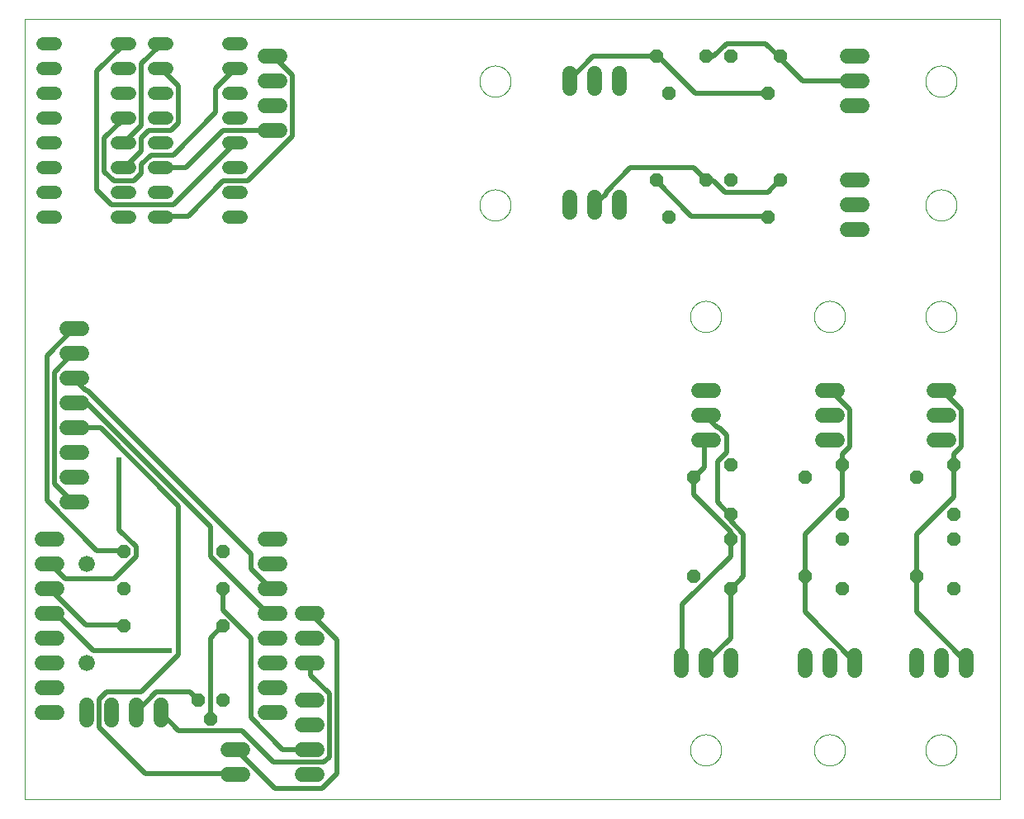
<source format=gbl>
G75*
%MOIN*%
%OFA0B0*%
%FSLAX25Y25*%
%IPPOS*%
%LPD*%
%AMOC8*
5,1,8,0,0,1.08239X$1,22.5*
%
%ADD10C,0.00000*%
%ADD11C,0.06000*%
%ADD12C,0.06600*%
%ADD13OC8,0.05200*%
%ADD14C,0.05200*%
%ADD15C,0.02000*%
%ADD16C,0.02381*%
D10*
X0002600Y0002600D02*
X0002600Y0317561D01*
X0396301Y0317561D01*
X0396301Y0002600D01*
X0002600Y0002600D01*
X0271301Y0022600D02*
X0271303Y0022758D01*
X0271309Y0022916D01*
X0271319Y0023074D01*
X0271333Y0023232D01*
X0271351Y0023389D01*
X0271372Y0023546D01*
X0271398Y0023702D01*
X0271428Y0023858D01*
X0271461Y0024013D01*
X0271499Y0024166D01*
X0271540Y0024319D01*
X0271585Y0024471D01*
X0271634Y0024622D01*
X0271687Y0024771D01*
X0271743Y0024919D01*
X0271803Y0025065D01*
X0271867Y0025210D01*
X0271935Y0025353D01*
X0272006Y0025495D01*
X0272080Y0025635D01*
X0272158Y0025772D01*
X0272240Y0025908D01*
X0272324Y0026042D01*
X0272413Y0026173D01*
X0272504Y0026302D01*
X0272599Y0026429D01*
X0272696Y0026554D01*
X0272797Y0026676D01*
X0272901Y0026795D01*
X0273008Y0026912D01*
X0273118Y0027026D01*
X0273231Y0027137D01*
X0273346Y0027246D01*
X0273464Y0027351D01*
X0273585Y0027453D01*
X0273708Y0027553D01*
X0273834Y0027649D01*
X0273962Y0027742D01*
X0274092Y0027832D01*
X0274225Y0027918D01*
X0274360Y0028002D01*
X0274496Y0028081D01*
X0274635Y0028158D01*
X0274776Y0028230D01*
X0274918Y0028300D01*
X0275062Y0028365D01*
X0275208Y0028427D01*
X0275355Y0028485D01*
X0275504Y0028540D01*
X0275654Y0028591D01*
X0275805Y0028638D01*
X0275957Y0028681D01*
X0276110Y0028720D01*
X0276265Y0028756D01*
X0276420Y0028787D01*
X0276576Y0028815D01*
X0276732Y0028839D01*
X0276889Y0028859D01*
X0277047Y0028875D01*
X0277204Y0028887D01*
X0277363Y0028895D01*
X0277521Y0028899D01*
X0277679Y0028899D01*
X0277837Y0028895D01*
X0277996Y0028887D01*
X0278153Y0028875D01*
X0278311Y0028859D01*
X0278468Y0028839D01*
X0278624Y0028815D01*
X0278780Y0028787D01*
X0278935Y0028756D01*
X0279090Y0028720D01*
X0279243Y0028681D01*
X0279395Y0028638D01*
X0279546Y0028591D01*
X0279696Y0028540D01*
X0279845Y0028485D01*
X0279992Y0028427D01*
X0280138Y0028365D01*
X0280282Y0028300D01*
X0280424Y0028230D01*
X0280565Y0028158D01*
X0280704Y0028081D01*
X0280840Y0028002D01*
X0280975Y0027918D01*
X0281108Y0027832D01*
X0281238Y0027742D01*
X0281366Y0027649D01*
X0281492Y0027553D01*
X0281615Y0027453D01*
X0281736Y0027351D01*
X0281854Y0027246D01*
X0281969Y0027137D01*
X0282082Y0027026D01*
X0282192Y0026912D01*
X0282299Y0026795D01*
X0282403Y0026676D01*
X0282504Y0026554D01*
X0282601Y0026429D01*
X0282696Y0026302D01*
X0282787Y0026173D01*
X0282876Y0026042D01*
X0282960Y0025908D01*
X0283042Y0025772D01*
X0283120Y0025635D01*
X0283194Y0025495D01*
X0283265Y0025353D01*
X0283333Y0025210D01*
X0283397Y0025065D01*
X0283457Y0024919D01*
X0283513Y0024771D01*
X0283566Y0024622D01*
X0283615Y0024471D01*
X0283660Y0024319D01*
X0283701Y0024166D01*
X0283739Y0024013D01*
X0283772Y0023858D01*
X0283802Y0023702D01*
X0283828Y0023546D01*
X0283849Y0023389D01*
X0283867Y0023232D01*
X0283881Y0023074D01*
X0283891Y0022916D01*
X0283897Y0022758D01*
X0283899Y0022600D01*
X0283897Y0022442D01*
X0283891Y0022284D01*
X0283881Y0022126D01*
X0283867Y0021968D01*
X0283849Y0021811D01*
X0283828Y0021654D01*
X0283802Y0021498D01*
X0283772Y0021342D01*
X0283739Y0021187D01*
X0283701Y0021034D01*
X0283660Y0020881D01*
X0283615Y0020729D01*
X0283566Y0020578D01*
X0283513Y0020429D01*
X0283457Y0020281D01*
X0283397Y0020135D01*
X0283333Y0019990D01*
X0283265Y0019847D01*
X0283194Y0019705D01*
X0283120Y0019565D01*
X0283042Y0019428D01*
X0282960Y0019292D01*
X0282876Y0019158D01*
X0282787Y0019027D01*
X0282696Y0018898D01*
X0282601Y0018771D01*
X0282504Y0018646D01*
X0282403Y0018524D01*
X0282299Y0018405D01*
X0282192Y0018288D01*
X0282082Y0018174D01*
X0281969Y0018063D01*
X0281854Y0017954D01*
X0281736Y0017849D01*
X0281615Y0017747D01*
X0281492Y0017647D01*
X0281366Y0017551D01*
X0281238Y0017458D01*
X0281108Y0017368D01*
X0280975Y0017282D01*
X0280840Y0017198D01*
X0280704Y0017119D01*
X0280565Y0017042D01*
X0280424Y0016970D01*
X0280282Y0016900D01*
X0280138Y0016835D01*
X0279992Y0016773D01*
X0279845Y0016715D01*
X0279696Y0016660D01*
X0279546Y0016609D01*
X0279395Y0016562D01*
X0279243Y0016519D01*
X0279090Y0016480D01*
X0278935Y0016444D01*
X0278780Y0016413D01*
X0278624Y0016385D01*
X0278468Y0016361D01*
X0278311Y0016341D01*
X0278153Y0016325D01*
X0277996Y0016313D01*
X0277837Y0016305D01*
X0277679Y0016301D01*
X0277521Y0016301D01*
X0277363Y0016305D01*
X0277204Y0016313D01*
X0277047Y0016325D01*
X0276889Y0016341D01*
X0276732Y0016361D01*
X0276576Y0016385D01*
X0276420Y0016413D01*
X0276265Y0016444D01*
X0276110Y0016480D01*
X0275957Y0016519D01*
X0275805Y0016562D01*
X0275654Y0016609D01*
X0275504Y0016660D01*
X0275355Y0016715D01*
X0275208Y0016773D01*
X0275062Y0016835D01*
X0274918Y0016900D01*
X0274776Y0016970D01*
X0274635Y0017042D01*
X0274496Y0017119D01*
X0274360Y0017198D01*
X0274225Y0017282D01*
X0274092Y0017368D01*
X0273962Y0017458D01*
X0273834Y0017551D01*
X0273708Y0017647D01*
X0273585Y0017747D01*
X0273464Y0017849D01*
X0273346Y0017954D01*
X0273231Y0018063D01*
X0273118Y0018174D01*
X0273008Y0018288D01*
X0272901Y0018405D01*
X0272797Y0018524D01*
X0272696Y0018646D01*
X0272599Y0018771D01*
X0272504Y0018898D01*
X0272413Y0019027D01*
X0272324Y0019158D01*
X0272240Y0019292D01*
X0272158Y0019428D01*
X0272080Y0019565D01*
X0272006Y0019705D01*
X0271935Y0019847D01*
X0271867Y0019990D01*
X0271803Y0020135D01*
X0271743Y0020281D01*
X0271687Y0020429D01*
X0271634Y0020578D01*
X0271585Y0020729D01*
X0271540Y0020881D01*
X0271499Y0021034D01*
X0271461Y0021187D01*
X0271428Y0021342D01*
X0271398Y0021498D01*
X0271372Y0021654D01*
X0271351Y0021811D01*
X0271333Y0021968D01*
X0271319Y0022126D01*
X0271309Y0022284D01*
X0271303Y0022442D01*
X0271301Y0022600D01*
X0321301Y0022600D02*
X0321303Y0022758D01*
X0321309Y0022916D01*
X0321319Y0023074D01*
X0321333Y0023232D01*
X0321351Y0023389D01*
X0321372Y0023546D01*
X0321398Y0023702D01*
X0321428Y0023858D01*
X0321461Y0024013D01*
X0321499Y0024166D01*
X0321540Y0024319D01*
X0321585Y0024471D01*
X0321634Y0024622D01*
X0321687Y0024771D01*
X0321743Y0024919D01*
X0321803Y0025065D01*
X0321867Y0025210D01*
X0321935Y0025353D01*
X0322006Y0025495D01*
X0322080Y0025635D01*
X0322158Y0025772D01*
X0322240Y0025908D01*
X0322324Y0026042D01*
X0322413Y0026173D01*
X0322504Y0026302D01*
X0322599Y0026429D01*
X0322696Y0026554D01*
X0322797Y0026676D01*
X0322901Y0026795D01*
X0323008Y0026912D01*
X0323118Y0027026D01*
X0323231Y0027137D01*
X0323346Y0027246D01*
X0323464Y0027351D01*
X0323585Y0027453D01*
X0323708Y0027553D01*
X0323834Y0027649D01*
X0323962Y0027742D01*
X0324092Y0027832D01*
X0324225Y0027918D01*
X0324360Y0028002D01*
X0324496Y0028081D01*
X0324635Y0028158D01*
X0324776Y0028230D01*
X0324918Y0028300D01*
X0325062Y0028365D01*
X0325208Y0028427D01*
X0325355Y0028485D01*
X0325504Y0028540D01*
X0325654Y0028591D01*
X0325805Y0028638D01*
X0325957Y0028681D01*
X0326110Y0028720D01*
X0326265Y0028756D01*
X0326420Y0028787D01*
X0326576Y0028815D01*
X0326732Y0028839D01*
X0326889Y0028859D01*
X0327047Y0028875D01*
X0327204Y0028887D01*
X0327363Y0028895D01*
X0327521Y0028899D01*
X0327679Y0028899D01*
X0327837Y0028895D01*
X0327996Y0028887D01*
X0328153Y0028875D01*
X0328311Y0028859D01*
X0328468Y0028839D01*
X0328624Y0028815D01*
X0328780Y0028787D01*
X0328935Y0028756D01*
X0329090Y0028720D01*
X0329243Y0028681D01*
X0329395Y0028638D01*
X0329546Y0028591D01*
X0329696Y0028540D01*
X0329845Y0028485D01*
X0329992Y0028427D01*
X0330138Y0028365D01*
X0330282Y0028300D01*
X0330424Y0028230D01*
X0330565Y0028158D01*
X0330704Y0028081D01*
X0330840Y0028002D01*
X0330975Y0027918D01*
X0331108Y0027832D01*
X0331238Y0027742D01*
X0331366Y0027649D01*
X0331492Y0027553D01*
X0331615Y0027453D01*
X0331736Y0027351D01*
X0331854Y0027246D01*
X0331969Y0027137D01*
X0332082Y0027026D01*
X0332192Y0026912D01*
X0332299Y0026795D01*
X0332403Y0026676D01*
X0332504Y0026554D01*
X0332601Y0026429D01*
X0332696Y0026302D01*
X0332787Y0026173D01*
X0332876Y0026042D01*
X0332960Y0025908D01*
X0333042Y0025772D01*
X0333120Y0025635D01*
X0333194Y0025495D01*
X0333265Y0025353D01*
X0333333Y0025210D01*
X0333397Y0025065D01*
X0333457Y0024919D01*
X0333513Y0024771D01*
X0333566Y0024622D01*
X0333615Y0024471D01*
X0333660Y0024319D01*
X0333701Y0024166D01*
X0333739Y0024013D01*
X0333772Y0023858D01*
X0333802Y0023702D01*
X0333828Y0023546D01*
X0333849Y0023389D01*
X0333867Y0023232D01*
X0333881Y0023074D01*
X0333891Y0022916D01*
X0333897Y0022758D01*
X0333899Y0022600D01*
X0333897Y0022442D01*
X0333891Y0022284D01*
X0333881Y0022126D01*
X0333867Y0021968D01*
X0333849Y0021811D01*
X0333828Y0021654D01*
X0333802Y0021498D01*
X0333772Y0021342D01*
X0333739Y0021187D01*
X0333701Y0021034D01*
X0333660Y0020881D01*
X0333615Y0020729D01*
X0333566Y0020578D01*
X0333513Y0020429D01*
X0333457Y0020281D01*
X0333397Y0020135D01*
X0333333Y0019990D01*
X0333265Y0019847D01*
X0333194Y0019705D01*
X0333120Y0019565D01*
X0333042Y0019428D01*
X0332960Y0019292D01*
X0332876Y0019158D01*
X0332787Y0019027D01*
X0332696Y0018898D01*
X0332601Y0018771D01*
X0332504Y0018646D01*
X0332403Y0018524D01*
X0332299Y0018405D01*
X0332192Y0018288D01*
X0332082Y0018174D01*
X0331969Y0018063D01*
X0331854Y0017954D01*
X0331736Y0017849D01*
X0331615Y0017747D01*
X0331492Y0017647D01*
X0331366Y0017551D01*
X0331238Y0017458D01*
X0331108Y0017368D01*
X0330975Y0017282D01*
X0330840Y0017198D01*
X0330704Y0017119D01*
X0330565Y0017042D01*
X0330424Y0016970D01*
X0330282Y0016900D01*
X0330138Y0016835D01*
X0329992Y0016773D01*
X0329845Y0016715D01*
X0329696Y0016660D01*
X0329546Y0016609D01*
X0329395Y0016562D01*
X0329243Y0016519D01*
X0329090Y0016480D01*
X0328935Y0016444D01*
X0328780Y0016413D01*
X0328624Y0016385D01*
X0328468Y0016361D01*
X0328311Y0016341D01*
X0328153Y0016325D01*
X0327996Y0016313D01*
X0327837Y0016305D01*
X0327679Y0016301D01*
X0327521Y0016301D01*
X0327363Y0016305D01*
X0327204Y0016313D01*
X0327047Y0016325D01*
X0326889Y0016341D01*
X0326732Y0016361D01*
X0326576Y0016385D01*
X0326420Y0016413D01*
X0326265Y0016444D01*
X0326110Y0016480D01*
X0325957Y0016519D01*
X0325805Y0016562D01*
X0325654Y0016609D01*
X0325504Y0016660D01*
X0325355Y0016715D01*
X0325208Y0016773D01*
X0325062Y0016835D01*
X0324918Y0016900D01*
X0324776Y0016970D01*
X0324635Y0017042D01*
X0324496Y0017119D01*
X0324360Y0017198D01*
X0324225Y0017282D01*
X0324092Y0017368D01*
X0323962Y0017458D01*
X0323834Y0017551D01*
X0323708Y0017647D01*
X0323585Y0017747D01*
X0323464Y0017849D01*
X0323346Y0017954D01*
X0323231Y0018063D01*
X0323118Y0018174D01*
X0323008Y0018288D01*
X0322901Y0018405D01*
X0322797Y0018524D01*
X0322696Y0018646D01*
X0322599Y0018771D01*
X0322504Y0018898D01*
X0322413Y0019027D01*
X0322324Y0019158D01*
X0322240Y0019292D01*
X0322158Y0019428D01*
X0322080Y0019565D01*
X0322006Y0019705D01*
X0321935Y0019847D01*
X0321867Y0019990D01*
X0321803Y0020135D01*
X0321743Y0020281D01*
X0321687Y0020429D01*
X0321634Y0020578D01*
X0321585Y0020729D01*
X0321540Y0020881D01*
X0321499Y0021034D01*
X0321461Y0021187D01*
X0321428Y0021342D01*
X0321398Y0021498D01*
X0321372Y0021654D01*
X0321351Y0021811D01*
X0321333Y0021968D01*
X0321319Y0022126D01*
X0321309Y0022284D01*
X0321303Y0022442D01*
X0321301Y0022600D01*
X0366301Y0022600D02*
X0366303Y0022758D01*
X0366309Y0022916D01*
X0366319Y0023074D01*
X0366333Y0023232D01*
X0366351Y0023389D01*
X0366372Y0023546D01*
X0366398Y0023702D01*
X0366428Y0023858D01*
X0366461Y0024013D01*
X0366499Y0024166D01*
X0366540Y0024319D01*
X0366585Y0024471D01*
X0366634Y0024622D01*
X0366687Y0024771D01*
X0366743Y0024919D01*
X0366803Y0025065D01*
X0366867Y0025210D01*
X0366935Y0025353D01*
X0367006Y0025495D01*
X0367080Y0025635D01*
X0367158Y0025772D01*
X0367240Y0025908D01*
X0367324Y0026042D01*
X0367413Y0026173D01*
X0367504Y0026302D01*
X0367599Y0026429D01*
X0367696Y0026554D01*
X0367797Y0026676D01*
X0367901Y0026795D01*
X0368008Y0026912D01*
X0368118Y0027026D01*
X0368231Y0027137D01*
X0368346Y0027246D01*
X0368464Y0027351D01*
X0368585Y0027453D01*
X0368708Y0027553D01*
X0368834Y0027649D01*
X0368962Y0027742D01*
X0369092Y0027832D01*
X0369225Y0027918D01*
X0369360Y0028002D01*
X0369496Y0028081D01*
X0369635Y0028158D01*
X0369776Y0028230D01*
X0369918Y0028300D01*
X0370062Y0028365D01*
X0370208Y0028427D01*
X0370355Y0028485D01*
X0370504Y0028540D01*
X0370654Y0028591D01*
X0370805Y0028638D01*
X0370957Y0028681D01*
X0371110Y0028720D01*
X0371265Y0028756D01*
X0371420Y0028787D01*
X0371576Y0028815D01*
X0371732Y0028839D01*
X0371889Y0028859D01*
X0372047Y0028875D01*
X0372204Y0028887D01*
X0372363Y0028895D01*
X0372521Y0028899D01*
X0372679Y0028899D01*
X0372837Y0028895D01*
X0372996Y0028887D01*
X0373153Y0028875D01*
X0373311Y0028859D01*
X0373468Y0028839D01*
X0373624Y0028815D01*
X0373780Y0028787D01*
X0373935Y0028756D01*
X0374090Y0028720D01*
X0374243Y0028681D01*
X0374395Y0028638D01*
X0374546Y0028591D01*
X0374696Y0028540D01*
X0374845Y0028485D01*
X0374992Y0028427D01*
X0375138Y0028365D01*
X0375282Y0028300D01*
X0375424Y0028230D01*
X0375565Y0028158D01*
X0375704Y0028081D01*
X0375840Y0028002D01*
X0375975Y0027918D01*
X0376108Y0027832D01*
X0376238Y0027742D01*
X0376366Y0027649D01*
X0376492Y0027553D01*
X0376615Y0027453D01*
X0376736Y0027351D01*
X0376854Y0027246D01*
X0376969Y0027137D01*
X0377082Y0027026D01*
X0377192Y0026912D01*
X0377299Y0026795D01*
X0377403Y0026676D01*
X0377504Y0026554D01*
X0377601Y0026429D01*
X0377696Y0026302D01*
X0377787Y0026173D01*
X0377876Y0026042D01*
X0377960Y0025908D01*
X0378042Y0025772D01*
X0378120Y0025635D01*
X0378194Y0025495D01*
X0378265Y0025353D01*
X0378333Y0025210D01*
X0378397Y0025065D01*
X0378457Y0024919D01*
X0378513Y0024771D01*
X0378566Y0024622D01*
X0378615Y0024471D01*
X0378660Y0024319D01*
X0378701Y0024166D01*
X0378739Y0024013D01*
X0378772Y0023858D01*
X0378802Y0023702D01*
X0378828Y0023546D01*
X0378849Y0023389D01*
X0378867Y0023232D01*
X0378881Y0023074D01*
X0378891Y0022916D01*
X0378897Y0022758D01*
X0378899Y0022600D01*
X0378897Y0022442D01*
X0378891Y0022284D01*
X0378881Y0022126D01*
X0378867Y0021968D01*
X0378849Y0021811D01*
X0378828Y0021654D01*
X0378802Y0021498D01*
X0378772Y0021342D01*
X0378739Y0021187D01*
X0378701Y0021034D01*
X0378660Y0020881D01*
X0378615Y0020729D01*
X0378566Y0020578D01*
X0378513Y0020429D01*
X0378457Y0020281D01*
X0378397Y0020135D01*
X0378333Y0019990D01*
X0378265Y0019847D01*
X0378194Y0019705D01*
X0378120Y0019565D01*
X0378042Y0019428D01*
X0377960Y0019292D01*
X0377876Y0019158D01*
X0377787Y0019027D01*
X0377696Y0018898D01*
X0377601Y0018771D01*
X0377504Y0018646D01*
X0377403Y0018524D01*
X0377299Y0018405D01*
X0377192Y0018288D01*
X0377082Y0018174D01*
X0376969Y0018063D01*
X0376854Y0017954D01*
X0376736Y0017849D01*
X0376615Y0017747D01*
X0376492Y0017647D01*
X0376366Y0017551D01*
X0376238Y0017458D01*
X0376108Y0017368D01*
X0375975Y0017282D01*
X0375840Y0017198D01*
X0375704Y0017119D01*
X0375565Y0017042D01*
X0375424Y0016970D01*
X0375282Y0016900D01*
X0375138Y0016835D01*
X0374992Y0016773D01*
X0374845Y0016715D01*
X0374696Y0016660D01*
X0374546Y0016609D01*
X0374395Y0016562D01*
X0374243Y0016519D01*
X0374090Y0016480D01*
X0373935Y0016444D01*
X0373780Y0016413D01*
X0373624Y0016385D01*
X0373468Y0016361D01*
X0373311Y0016341D01*
X0373153Y0016325D01*
X0372996Y0016313D01*
X0372837Y0016305D01*
X0372679Y0016301D01*
X0372521Y0016301D01*
X0372363Y0016305D01*
X0372204Y0016313D01*
X0372047Y0016325D01*
X0371889Y0016341D01*
X0371732Y0016361D01*
X0371576Y0016385D01*
X0371420Y0016413D01*
X0371265Y0016444D01*
X0371110Y0016480D01*
X0370957Y0016519D01*
X0370805Y0016562D01*
X0370654Y0016609D01*
X0370504Y0016660D01*
X0370355Y0016715D01*
X0370208Y0016773D01*
X0370062Y0016835D01*
X0369918Y0016900D01*
X0369776Y0016970D01*
X0369635Y0017042D01*
X0369496Y0017119D01*
X0369360Y0017198D01*
X0369225Y0017282D01*
X0369092Y0017368D01*
X0368962Y0017458D01*
X0368834Y0017551D01*
X0368708Y0017647D01*
X0368585Y0017747D01*
X0368464Y0017849D01*
X0368346Y0017954D01*
X0368231Y0018063D01*
X0368118Y0018174D01*
X0368008Y0018288D01*
X0367901Y0018405D01*
X0367797Y0018524D01*
X0367696Y0018646D01*
X0367599Y0018771D01*
X0367504Y0018898D01*
X0367413Y0019027D01*
X0367324Y0019158D01*
X0367240Y0019292D01*
X0367158Y0019428D01*
X0367080Y0019565D01*
X0367006Y0019705D01*
X0366935Y0019847D01*
X0366867Y0019990D01*
X0366803Y0020135D01*
X0366743Y0020281D01*
X0366687Y0020429D01*
X0366634Y0020578D01*
X0366585Y0020729D01*
X0366540Y0020881D01*
X0366499Y0021034D01*
X0366461Y0021187D01*
X0366428Y0021342D01*
X0366398Y0021498D01*
X0366372Y0021654D01*
X0366351Y0021811D01*
X0366333Y0021968D01*
X0366319Y0022126D01*
X0366309Y0022284D01*
X0366303Y0022442D01*
X0366301Y0022600D01*
X0366301Y0197600D02*
X0366303Y0197758D01*
X0366309Y0197916D01*
X0366319Y0198074D01*
X0366333Y0198232D01*
X0366351Y0198389D01*
X0366372Y0198546D01*
X0366398Y0198702D01*
X0366428Y0198858D01*
X0366461Y0199013D01*
X0366499Y0199166D01*
X0366540Y0199319D01*
X0366585Y0199471D01*
X0366634Y0199622D01*
X0366687Y0199771D01*
X0366743Y0199919D01*
X0366803Y0200065D01*
X0366867Y0200210D01*
X0366935Y0200353D01*
X0367006Y0200495D01*
X0367080Y0200635D01*
X0367158Y0200772D01*
X0367240Y0200908D01*
X0367324Y0201042D01*
X0367413Y0201173D01*
X0367504Y0201302D01*
X0367599Y0201429D01*
X0367696Y0201554D01*
X0367797Y0201676D01*
X0367901Y0201795D01*
X0368008Y0201912D01*
X0368118Y0202026D01*
X0368231Y0202137D01*
X0368346Y0202246D01*
X0368464Y0202351D01*
X0368585Y0202453D01*
X0368708Y0202553D01*
X0368834Y0202649D01*
X0368962Y0202742D01*
X0369092Y0202832D01*
X0369225Y0202918D01*
X0369360Y0203002D01*
X0369496Y0203081D01*
X0369635Y0203158D01*
X0369776Y0203230D01*
X0369918Y0203300D01*
X0370062Y0203365D01*
X0370208Y0203427D01*
X0370355Y0203485D01*
X0370504Y0203540D01*
X0370654Y0203591D01*
X0370805Y0203638D01*
X0370957Y0203681D01*
X0371110Y0203720D01*
X0371265Y0203756D01*
X0371420Y0203787D01*
X0371576Y0203815D01*
X0371732Y0203839D01*
X0371889Y0203859D01*
X0372047Y0203875D01*
X0372204Y0203887D01*
X0372363Y0203895D01*
X0372521Y0203899D01*
X0372679Y0203899D01*
X0372837Y0203895D01*
X0372996Y0203887D01*
X0373153Y0203875D01*
X0373311Y0203859D01*
X0373468Y0203839D01*
X0373624Y0203815D01*
X0373780Y0203787D01*
X0373935Y0203756D01*
X0374090Y0203720D01*
X0374243Y0203681D01*
X0374395Y0203638D01*
X0374546Y0203591D01*
X0374696Y0203540D01*
X0374845Y0203485D01*
X0374992Y0203427D01*
X0375138Y0203365D01*
X0375282Y0203300D01*
X0375424Y0203230D01*
X0375565Y0203158D01*
X0375704Y0203081D01*
X0375840Y0203002D01*
X0375975Y0202918D01*
X0376108Y0202832D01*
X0376238Y0202742D01*
X0376366Y0202649D01*
X0376492Y0202553D01*
X0376615Y0202453D01*
X0376736Y0202351D01*
X0376854Y0202246D01*
X0376969Y0202137D01*
X0377082Y0202026D01*
X0377192Y0201912D01*
X0377299Y0201795D01*
X0377403Y0201676D01*
X0377504Y0201554D01*
X0377601Y0201429D01*
X0377696Y0201302D01*
X0377787Y0201173D01*
X0377876Y0201042D01*
X0377960Y0200908D01*
X0378042Y0200772D01*
X0378120Y0200635D01*
X0378194Y0200495D01*
X0378265Y0200353D01*
X0378333Y0200210D01*
X0378397Y0200065D01*
X0378457Y0199919D01*
X0378513Y0199771D01*
X0378566Y0199622D01*
X0378615Y0199471D01*
X0378660Y0199319D01*
X0378701Y0199166D01*
X0378739Y0199013D01*
X0378772Y0198858D01*
X0378802Y0198702D01*
X0378828Y0198546D01*
X0378849Y0198389D01*
X0378867Y0198232D01*
X0378881Y0198074D01*
X0378891Y0197916D01*
X0378897Y0197758D01*
X0378899Y0197600D01*
X0378897Y0197442D01*
X0378891Y0197284D01*
X0378881Y0197126D01*
X0378867Y0196968D01*
X0378849Y0196811D01*
X0378828Y0196654D01*
X0378802Y0196498D01*
X0378772Y0196342D01*
X0378739Y0196187D01*
X0378701Y0196034D01*
X0378660Y0195881D01*
X0378615Y0195729D01*
X0378566Y0195578D01*
X0378513Y0195429D01*
X0378457Y0195281D01*
X0378397Y0195135D01*
X0378333Y0194990D01*
X0378265Y0194847D01*
X0378194Y0194705D01*
X0378120Y0194565D01*
X0378042Y0194428D01*
X0377960Y0194292D01*
X0377876Y0194158D01*
X0377787Y0194027D01*
X0377696Y0193898D01*
X0377601Y0193771D01*
X0377504Y0193646D01*
X0377403Y0193524D01*
X0377299Y0193405D01*
X0377192Y0193288D01*
X0377082Y0193174D01*
X0376969Y0193063D01*
X0376854Y0192954D01*
X0376736Y0192849D01*
X0376615Y0192747D01*
X0376492Y0192647D01*
X0376366Y0192551D01*
X0376238Y0192458D01*
X0376108Y0192368D01*
X0375975Y0192282D01*
X0375840Y0192198D01*
X0375704Y0192119D01*
X0375565Y0192042D01*
X0375424Y0191970D01*
X0375282Y0191900D01*
X0375138Y0191835D01*
X0374992Y0191773D01*
X0374845Y0191715D01*
X0374696Y0191660D01*
X0374546Y0191609D01*
X0374395Y0191562D01*
X0374243Y0191519D01*
X0374090Y0191480D01*
X0373935Y0191444D01*
X0373780Y0191413D01*
X0373624Y0191385D01*
X0373468Y0191361D01*
X0373311Y0191341D01*
X0373153Y0191325D01*
X0372996Y0191313D01*
X0372837Y0191305D01*
X0372679Y0191301D01*
X0372521Y0191301D01*
X0372363Y0191305D01*
X0372204Y0191313D01*
X0372047Y0191325D01*
X0371889Y0191341D01*
X0371732Y0191361D01*
X0371576Y0191385D01*
X0371420Y0191413D01*
X0371265Y0191444D01*
X0371110Y0191480D01*
X0370957Y0191519D01*
X0370805Y0191562D01*
X0370654Y0191609D01*
X0370504Y0191660D01*
X0370355Y0191715D01*
X0370208Y0191773D01*
X0370062Y0191835D01*
X0369918Y0191900D01*
X0369776Y0191970D01*
X0369635Y0192042D01*
X0369496Y0192119D01*
X0369360Y0192198D01*
X0369225Y0192282D01*
X0369092Y0192368D01*
X0368962Y0192458D01*
X0368834Y0192551D01*
X0368708Y0192647D01*
X0368585Y0192747D01*
X0368464Y0192849D01*
X0368346Y0192954D01*
X0368231Y0193063D01*
X0368118Y0193174D01*
X0368008Y0193288D01*
X0367901Y0193405D01*
X0367797Y0193524D01*
X0367696Y0193646D01*
X0367599Y0193771D01*
X0367504Y0193898D01*
X0367413Y0194027D01*
X0367324Y0194158D01*
X0367240Y0194292D01*
X0367158Y0194428D01*
X0367080Y0194565D01*
X0367006Y0194705D01*
X0366935Y0194847D01*
X0366867Y0194990D01*
X0366803Y0195135D01*
X0366743Y0195281D01*
X0366687Y0195429D01*
X0366634Y0195578D01*
X0366585Y0195729D01*
X0366540Y0195881D01*
X0366499Y0196034D01*
X0366461Y0196187D01*
X0366428Y0196342D01*
X0366398Y0196498D01*
X0366372Y0196654D01*
X0366351Y0196811D01*
X0366333Y0196968D01*
X0366319Y0197126D01*
X0366309Y0197284D01*
X0366303Y0197442D01*
X0366301Y0197600D01*
X0321301Y0197600D02*
X0321303Y0197758D01*
X0321309Y0197916D01*
X0321319Y0198074D01*
X0321333Y0198232D01*
X0321351Y0198389D01*
X0321372Y0198546D01*
X0321398Y0198702D01*
X0321428Y0198858D01*
X0321461Y0199013D01*
X0321499Y0199166D01*
X0321540Y0199319D01*
X0321585Y0199471D01*
X0321634Y0199622D01*
X0321687Y0199771D01*
X0321743Y0199919D01*
X0321803Y0200065D01*
X0321867Y0200210D01*
X0321935Y0200353D01*
X0322006Y0200495D01*
X0322080Y0200635D01*
X0322158Y0200772D01*
X0322240Y0200908D01*
X0322324Y0201042D01*
X0322413Y0201173D01*
X0322504Y0201302D01*
X0322599Y0201429D01*
X0322696Y0201554D01*
X0322797Y0201676D01*
X0322901Y0201795D01*
X0323008Y0201912D01*
X0323118Y0202026D01*
X0323231Y0202137D01*
X0323346Y0202246D01*
X0323464Y0202351D01*
X0323585Y0202453D01*
X0323708Y0202553D01*
X0323834Y0202649D01*
X0323962Y0202742D01*
X0324092Y0202832D01*
X0324225Y0202918D01*
X0324360Y0203002D01*
X0324496Y0203081D01*
X0324635Y0203158D01*
X0324776Y0203230D01*
X0324918Y0203300D01*
X0325062Y0203365D01*
X0325208Y0203427D01*
X0325355Y0203485D01*
X0325504Y0203540D01*
X0325654Y0203591D01*
X0325805Y0203638D01*
X0325957Y0203681D01*
X0326110Y0203720D01*
X0326265Y0203756D01*
X0326420Y0203787D01*
X0326576Y0203815D01*
X0326732Y0203839D01*
X0326889Y0203859D01*
X0327047Y0203875D01*
X0327204Y0203887D01*
X0327363Y0203895D01*
X0327521Y0203899D01*
X0327679Y0203899D01*
X0327837Y0203895D01*
X0327996Y0203887D01*
X0328153Y0203875D01*
X0328311Y0203859D01*
X0328468Y0203839D01*
X0328624Y0203815D01*
X0328780Y0203787D01*
X0328935Y0203756D01*
X0329090Y0203720D01*
X0329243Y0203681D01*
X0329395Y0203638D01*
X0329546Y0203591D01*
X0329696Y0203540D01*
X0329845Y0203485D01*
X0329992Y0203427D01*
X0330138Y0203365D01*
X0330282Y0203300D01*
X0330424Y0203230D01*
X0330565Y0203158D01*
X0330704Y0203081D01*
X0330840Y0203002D01*
X0330975Y0202918D01*
X0331108Y0202832D01*
X0331238Y0202742D01*
X0331366Y0202649D01*
X0331492Y0202553D01*
X0331615Y0202453D01*
X0331736Y0202351D01*
X0331854Y0202246D01*
X0331969Y0202137D01*
X0332082Y0202026D01*
X0332192Y0201912D01*
X0332299Y0201795D01*
X0332403Y0201676D01*
X0332504Y0201554D01*
X0332601Y0201429D01*
X0332696Y0201302D01*
X0332787Y0201173D01*
X0332876Y0201042D01*
X0332960Y0200908D01*
X0333042Y0200772D01*
X0333120Y0200635D01*
X0333194Y0200495D01*
X0333265Y0200353D01*
X0333333Y0200210D01*
X0333397Y0200065D01*
X0333457Y0199919D01*
X0333513Y0199771D01*
X0333566Y0199622D01*
X0333615Y0199471D01*
X0333660Y0199319D01*
X0333701Y0199166D01*
X0333739Y0199013D01*
X0333772Y0198858D01*
X0333802Y0198702D01*
X0333828Y0198546D01*
X0333849Y0198389D01*
X0333867Y0198232D01*
X0333881Y0198074D01*
X0333891Y0197916D01*
X0333897Y0197758D01*
X0333899Y0197600D01*
X0333897Y0197442D01*
X0333891Y0197284D01*
X0333881Y0197126D01*
X0333867Y0196968D01*
X0333849Y0196811D01*
X0333828Y0196654D01*
X0333802Y0196498D01*
X0333772Y0196342D01*
X0333739Y0196187D01*
X0333701Y0196034D01*
X0333660Y0195881D01*
X0333615Y0195729D01*
X0333566Y0195578D01*
X0333513Y0195429D01*
X0333457Y0195281D01*
X0333397Y0195135D01*
X0333333Y0194990D01*
X0333265Y0194847D01*
X0333194Y0194705D01*
X0333120Y0194565D01*
X0333042Y0194428D01*
X0332960Y0194292D01*
X0332876Y0194158D01*
X0332787Y0194027D01*
X0332696Y0193898D01*
X0332601Y0193771D01*
X0332504Y0193646D01*
X0332403Y0193524D01*
X0332299Y0193405D01*
X0332192Y0193288D01*
X0332082Y0193174D01*
X0331969Y0193063D01*
X0331854Y0192954D01*
X0331736Y0192849D01*
X0331615Y0192747D01*
X0331492Y0192647D01*
X0331366Y0192551D01*
X0331238Y0192458D01*
X0331108Y0192368D01*
X0330975Y0192282D01*
X0330840Y0192198D01*
X0330704Y0192119D01*
X0330565Y0192042D01*
X0330424Y0191970D01*
X0330282Y0191900D01*
X0330138Y0191835D01*
X0329992Y0191773D01*
X0329845Y0191715D01*
X0329696Y0191660D01*
X0329546Y0191609D01*
X0329395Y0191562D01*
X0329243Y0191519D01*
X0329090Y0191480D01*
X0328935Y0191444D01*
X0328780Y0191413D01*
X0328624Y0191385D01*
X0328468Y0191361D01*
X0328311Y0191341D01*
X0328153Y0191325D01*
X0327996Y0191313D01*
X0327837Y0191305D01*
X0327679Y0191301D01*
X0327521Y0191301D01*
X0327363Y0191305D01*
X0327204Y0191313D01*
X0327047Y0191325D01*
X0326889Y0191341D01*
X0326732Y0191361D01*
X0326576Y0191385D01*
X0326420Y0191413D01*
X0326265Y0191444D01*
X0326110Y0191480D01*
X0325957Y0191519D01*
X0325805Y0191562D01*
X0325654Y0191609D01*
X0325504Y0191660D01*
X0325355Y0191715D01*
X0325208Y0191773D01*
X0325062Y0191835D01*
X0324918Y0191900D01*
X0324776Y0191970D01*
X0324635Y0192042D01*
X0324496Y0192119D01*
X0324360Y0192198D01*
X0324225Y0192282D01*
X0324092Y0192368D01*
X0323962Y0192458D01*
X0323834Y0192551D01*
X0323708Y0192647D01*
X0323585Y0192747D01*
X0323464Y0192849D01*
X0323346Y0192954D01*
X0323231Y0193063D01*
X0323118Y0193174D01*
X0323008Y0193288D01*
X0322901Y0193405D01*
X0322797Y0193524D01*
X0322696Y0193646D01*
X0322599Y0193771D01*
X0322504Y0193898D01*
X0322413Y0194027D01*
X0322324Y0194158D01*
X0322240Y0194292D01*
X0322158Y0194428D01*
X0322080Y0194565D01*
X0322006Y0194705D01*
X0321935Y0194847D01*
X0321867Y0194990D01*
X0321803Y0195135D01*
X0321743Y0195281D01*
X0321687Y0195429D01*
X0321634Y0195578D01*
X0321585Y0195729D01*
X0321540Y0195881D01*
X0321499Y0196034D01*
X0321461Y0196187D01*
X0321428Y0196342D01*
X0321398Y0196498D01*
X0321372Y0196654D01*
X0321351Y0196811D01*
X0321333Y0196968D01*
X0321319Y0197126D01*
X0321309Y0197284D01*
X0321303Y0197442D01*
X0321301Y0197600D01*
X0271301Y0197600D02*
X0271303Y0197758D01*
X0271309Y0197916D01*
X0271319Y0198074D01*
X0271333Y0198232D01*
X0271351Y0198389D01*
X0271372Y0198546D01*
X0271398Y0198702D01*
X0271428Y0198858D01*
X0271461Y0199013D01*
X0271499Y0199166D01*
X0271540Y0199319D01*
X0271585Y0199471D01*
X0271634Y0199622D01*
X0271687Y0199771D01*
X0271743Y0199919D01*
X0271803Y0200065D01*
X0271867Y0200210D01*
X0271935Y0200353D01*
X0272006Y0200495D01*
X0272080Y0200635D01*
X0272158Y0200772D01*
X0272240Y0200908D01*
X0272324Y0201042D01*
X0272413Y0201173D01*
X0272504Y0201302D01*
X0272599Y0201429D01*
X0272696Y0201554D01*
X0272797Y0201676D01*
X0272901Y0201795D01*
X0273008Y0201912D01*
X0273118Y0202026D01*
X0273231Y0202137D01*
X0273346Y0202246D01*
X0273464Y0202351D01*
X0273585Y0202453D01*
X0273708Y0202553D01*
X0273834Y0202649D01*
X0273962Y0202742D01*
X0274092Y0202832D01*
X0274225Y0202918D01*
X0274360Y0203002D01*
X0274496Y0203081D01*
X0274635Y0203158D01*
X0274776Y0203230D01*
X0274918Y0203300D01*
X0275062Y0203365D01*
X0275208Y0203427D01*
X0275355Y0203485D01*
X0275504Y0203540D01*
X0275654Y0203591D01*
X0275805Y0203638D01*
X0275957Y0203681D01*
X0276110Y0203720D01*
X0276265Y0203756D01*
X0276420Y0203787D01*
X0276576Y0203815D01*
X0276732Y0203839D01*
X0276889Y0203859D01*
X0277047Y0203875D01*
X0277204Y0203887D01*
X0277363Y0203895D01*
X0277521Y0203899D01*
X0277679Y0203899D01*
X0277837Y0203895D01*
X0277996Y0203887D01*
X0278153Y0203875D01*
X0278311Y0203859D01*
X0278468Y0203839D01*
X0278624Y0203815D01*
X0278780Y0203787D01*
X0278935Y0203756D01*
X0279090Y0203720D01*
X0279243Y0203681D01*
X0279395Y0203638D01*
X0279546Y0203591D01*
X0279696Y0203540D01*
X0279845Y0203485D01*
X0279992Y0203427D01*
X0280138Y0203365D01*
X0280282Y0203300D01*
X0280424Y0203230D01*
X0280565Y0203158D01*
X0280704Y0203081D01*
X0280840Y0203002D01*
X0280975Y0202918D01*
X0281108Y0202832D01*
X0281238Y0202742D01*
X0281366Y0202649D01*
X0281492Y0202553D01*
X0281615Y0202453D01*
X0281736Y0202351D01*
X0281854Y0202246D01*
X0281969Y0202137D01*
X0282082Y0202026D01*
X0282192Y0201912D01*
X0282299Y0201795D01*
X0282403Y0201676D01*
X0282504Y0201554D01*
X0282601Y0201429D01*
X0282696Y0201302D01*
X0282787Y0201173D01*
X0282876Y0201042D01*
X0282960Y0200908D01*
X0283042Y0200772D01*
X0283120Y0200635D01*
X0283194Y0200495D01*
X0283265Y0200353D01*
X0283333Y0200210D01*
X0283397Y0200065D01*
X0283457Y0199919D01*
X0283513Y0199771D01*
X0283566Y0199622D01*
X0283615Y0199471D01*
X0283660Y0199319D01*
X0283701Y0199166D01*
X0283739Y0199013D01*
X0283772Y0198858D01*
X0283802Y0198702D01*
X0283828Y0198546D01*
X0283849Y0198389D01*
X0283867Y0198232D01*
X0283881Y0198074D01*
X0283891Y0197916D01*
X0283897Y0197758D01*
X0283899Y0197600D01*
X0283897Y0197442D01*
X0283891Y0197284D01*
X0283881Y0197126D01*
X0283867Y0196968D01*
X0283849Y0196811D01*
X0283828Y0196654D01*
X0283802Y0196498D01*
X0283772Y0196342D01*
X0283739Y0196187D01*
X0283701Y0196034D01*
X0283660Y0195881D01*
X0283615Y0195729D01*
X0283566Y0195578D01*
X0283513Y0195429D01*
X0283457Y0195281D01*
X0283397Y0195135D01*
X0283333Y0194990D01*
X0283265Y0194847D01*
X0283194Y0194705D01*
X0283120Y0194565D01*
X0283042Y0194428D01*
X0282960Y0194292D01*
X0282876Y0194158D01*
X0282787Y0194027D01*
X0282696Y0193898D01*
X0282601Y0193771D01*
X0282504Y0193646D01*
X0282403Y0193524D01*
X0282299Y0193405D01*
X0282192Y0193288D01*
X0282082Y0193174D01*
X0281969Y0193063D01*
X0281854Y0192954D01*
X0281736Y0192849D01*
X0281615Y0192747D01*
X0281492Y0192647D01*
X0281366Y0192551D01*
X0281238Y0192458D01*
X0281108Y0192368D01*
X0280975Y0192282D01*
X0280840Y0192198D01*
X0280704Y0192119D01*
X0280565Y0192042D01*
X0280424Y0191970D01*
X0280282Y0191900D01*
X0280138Y0191835D01*
X0279992Y0191773D01*
X0279845Y0191715D01*
X0279696Y0191660D01*
X0279546Y0191609D01*
X0279395Y0191562D01*
X0279243Y0191519D01*
X0279090Y0191480D01*
X0278935Y0191444D01*
X0278780Y0191413D01*
X0278624Y0191385D01*
X0278468Y0191361D01*
X0278311Y0191341D01*
X0278153Y0191325D01*
X0277996Y0191313D01*
X0277837Y0191305D01*
X0277679Y0191301D01*
X0277521Y0191301D01*
X0277363Y0191305D01*
X0277204Y0191313D01*
X0277047Y0191325D01*
X0276889Y0191341D01*
X0276732Y0191361D01*
X0276576Y0191385D01*
X0276420Y0191413D01*
X0276265Y0191444D01*
X0276110Y0191480D01*
X0275957Y0191519D01*
X0275805Y0191562D01*
X0275654Y0191609D01*
X0275504Y0191660D01*
X0275355Y0191715D01*
X0275208Y0191773D01*
X0275062Y0191835D01*
X0274918Y0191900D01*
X0274776Y0191970D01*
X0274635Y0192042D01*
X0274496Y0192119D01*
X0274360Y0192198D01*
X0274225Y0192282D01*
X0274092Y0192368D01*
X0273962Y0192458D01*
X0273834Y0192551D01*
X0273708Y0192647D01*
X0273585Y0192747D01*
X0273464Y0192849D01*
X0273346Y0192954D01*
X0273231Y0193063D01*
X0273118Y0193174D01*
X0273008Y0193288D01*
X0272901Y0193405D01*
X0272797Y0193524D01*
X0272696Y0193646D01*
X0272599Y0193771D01*
X0272504Y0193898D01*
X0272413Y0194027D01*
X0272324Y0194158D01*
X0272240Y0194292D01*
X0272158Y0194428D01*
X0272080Y0194565D01*
X0272006Y0194705D01*
X0271935Y0194847D01*
X0271867Y0194990D01*
X0271803Y0195135D01*
X0271743Y0195281D01*
X0271687Y0195429D01*
X0271634Y0195578D01*
X0271585Y0195729D01*
X0271540Y0195881D01*
X0271499Y0196034D01*
X0271461Y0196187D01*
X0271428Y0196342D01*
X0271398Y0196498D01*
X0271372Y0196654D01*
X0271351Y0196811D01*
X0271333Y0196968D01*
X0271319Y0197126D01*
X0271309Y0197284D01*
X0271303Y0197442D01*
X0271301Y0197600D01*
X0186301Y0242600D02*
X0186303Y0242758D01*
X0186309Y0242916D01*
X0186319Y0243074D01*
X0186333Y0243232D01*
X0186351Y0243389D01*
X0186372Y0243546D01*
X0186398Y0243702D01*
X0186428Y0243858D01*
X0186461Y0244013D01*
X0186499Y0244166D01*
X0186540Y0244319D01*
X0186585Y0244471D01*
X0186634Y0244622D01*
X0186687Y0244771D01*
X0186743Y0244919D01*
X0186803Y0245065D01*
X0186867Y0245210D01*
X0186935Y0245353D01*
X0187006Y0245495D01*
X0187080Y0245635D01*
X0187158Y0245772D01*
X0187240Y0245908D01*
X0187324Y0246042D01*
X0187413Y0246173D01*
X0187504Y0246302D01*
X0187599Y0246429D01*
X0187696Y0246554D01*
X0187797Y0246676D01*
X0187901Y0246795D01*
X0188008Y0246912D01*
X0188118Y0247026D01*
X0188231Y0247137D01*
X0188346Y0247246D01*
X0188464Y0247351D01*
X0188585Y0247453D01*
X0188708Y0247553D01*
X0188834Y0247649D01*
X0188962Y0247742D01*
X0189092Y0247832D01*
X0189225Y0247918D01*
X0189360Y0248002D01*
X0189496Y0248081D01*
X0189635Y0248158D01*
X0189776Y0248230D01*
X0189918Y0248300D01*
X0190062Y0248365D01*
X0190208Y0248427D01*
X0190355Y0248485D01*
X0190504Y0248540D01*
X0190654Y0248591D01*
X0190805Y0248638D01*
X0190957Y0248681D01*
X0191110Y0248720D01*
X0191265Y0248756D01*
X0191420Y0248787D01*
X0191576Y0248815D01*
X0191732Y0248839D01*
X0191889Y0248859D01*
X0192047Y0248875D01*
X0192204Y0248887D01*
X0192363Y0248895D01*
X0192521Y0248899D01*
X0192679Y0248899D01*
X0192837Y0248895D01*
X0192996Y0248887D01*
X0193153Y0248875D01*
X0193311Y0248859D01*
X0193468Y0248839D01*
X0193624Y0248815D01*
X0193780Y0248787D01*
X0193935Y0248756D01*
X0194090Y0248720D01*
X0194243Y0248681D01*
X0194395Y0248638D01*
X0194546Y0248591D01*
X0194696Y0248540D01*
X0194845Y0248485D01*
X0194992Y0248427D01*
X0195138Y0248365D01*
X0195282Y0248300D01*
X0195424Y0248230D01*
X0195565Y0248158D01*
X0195704Y0248081D01*
X0195840Y0248002D01*
X0195975Y0247918D01*
X0196108Y0247832D01*
X0196238Y0247742D01*
X0196366Y0247649D01*
X0196492Y0247553D01*
X0196615Y0247453D01*
X0196736Y0247351D01*
X0196854Y0247246D01*
X0196969Y0247137D01*
X0197082Y0247026D01*
X0197192Y0246912D01*
X0197299Y0246795D01*
X0197403Y0246676D01*
X0197504Y0246554D01*
X0197601Y0246429D01*
X0197696Y0246302D01*
X0197787Y0246173D01*
X0197876Y0246042D01*
X0197960Y0245908D01*
X0198042Y0245772D01*
X0198120Y0245635D01*
X0198194Y0245495D01*
X0198265Y0245353D01*
X0198333Y0245210D01*
X0198397Y0245065D01*
X0198457Y0244919D01*
X0198513Y0244771D01*
X0198566Y0244622D01*
X0198615Y0244471D01*
X0198660Y0244319D01*
X0198701Y0244166D01*
X0198739Y0244013D01*
X0198772Y0243858D01*
X0198802Y0243702D01*
X0198828Y0243546D01*
X0198849Y0243389D01*
X0198867Y0243232D01*
X0198881Y0243074D01*
X0198891Y0242916D01*
X0198897Y0242758D01*
X0198899Y0242600D01*
X0198897Y0242442D01*
X0198891Y0242284D01*
X0198881Y0242126D01*
X0198867Y0241968D01*
X0198849Y0241811D01*
X0198828Y0241654D01*
X0198802Y0241498D01*
X0198772Y0241342D01*
X0198739Y0241187D01*
X0198701Y0241034D01*
X0198660Y0240881D01*
X0198615Y0240729D01*
X0198566Y0240578D01*
X0198513Y0240429D01*
X0198457Y0240281D01*
X0198397Y0240135D01*
X0198333Y0239990D01*
X0198265Y0239847D01*
X0198194Y0239705D01*
X0198120Y0239565D01*
X0198042Y0239428D01*
X0197960Y0239292D01*
X0197876Y0239158D01*
X0197787Y0239027D01*
X0197696Y0238898D01*
X0197601Y0238771D01*
X0197504Y0238646D01*
X0197403Y0238524D01*
X0197299Y0238405D01*
X0197192Y0238288D01*
X0197082Y0238174D01*
X0196969Y0238063D01*
X0196854Y0237954D01*
X0196736Y0237849D01*
X0196615Y0237747D01*
X0196492Y0237647D01*
X0196366Y0237551D01*
X0196238Y0237458D01*
X0196108Y0237368D01*
X0195975Y0237282D01*
X0195840Y0237198D01*
X0195704Y0237119D01*
X0195565Y0237042D01*
X0195424Y0236970D01*
X0195282Y0236900D01*
X0195138Y0236835D01*
X0194992Y0236773D01*
X0194845Y0236715D01*
X0194696Y0236660D01*
X0194546Y0236609D01*
X0194395Y0236562D01*
X0194243Y0236519D01*
X0194090Y0236480D01*
X0193935Y0236444D01*
X0193780Y0236413D01*
X0193624Y0236385D01*
X0193468Y0236361D01*
X0193311Y0236341D01*
X0193153Y0236325D01*
X0192996Y0236313D01*
X0192837Y0236305D01*
X0192679Y0236301D01*
X0192521Y0236301D01*
X0192363Y0236305D01*
X0192204Y0236313D01*
X0192047Y0236325D01*
X0191889Y0236341D01*
X0191732Y0236361D01*
X0191576Y0236385D01*
X0191420Y0236413D01*
X0191265Y0236444D01*
X0191110Y0236480D01*
X0190957Y0236519D01*
X0190805Y0236562D01*
X0190654Y0236609D01*
X0190504Y0236660D01*
X0190355Y0236715D01*
X0190208Y0236773D01*
X0190062Y0236835D01*
X0189918Y0236900D01*
X0189776Y0236970D01*
X0189635Y0237042D01*
X0189496Y0237119D01*
X0189360Y0237198D01*
X0189225Y0237282D01*
X0189092Y0237368D01*
X0188962Y0237458D01*
X0188834Y0237551D01*
X0188708Y0237647D01*
X0188585Y0237747D01*
X0188464Y0237849D01*
X0188346Y0237954D01*
X0188231Y0238063D01*
X0188118Y0238174D01*
X0188008Y0238288D01*
X0187901Y0238405D01*
X0187797Y0238524D01*
X0187696Y0238646D01*
X0187599Y0238771D01*
X0187504Y0238898D01*
X0187413Y0239027D01*
X0187324Y0239158D01*
X0187240Y0239292D01*
X0187158Y0239428D01*
X0187080Y0239565D01*
X0187006Y0239705D01*
X0186935Y0239847D01*
X0186867Y0239990D01*
X0186803Y0240135D01*
X0186743Y0240281D01*
X0186687Y0240429D01*
X0186634Y0240578D01*
X0186585Y0240729D01*
X0186540Y0240881D01*
X0186499Y0241034D01*
X0186461Y0241187D01*
X0186428Y0241342D01*
X0186398Y0241498D01*
X0186372Y0241654D01*
X0186351Y0241811D01*
X0186333Y0241968D01*
X0186319Y0242126D01*
X0186309Y0242284D01*
X0186303Y0242442D01*
X0186301Y0242600D01*
X0186301Y0292600D02*
X0186303Y0292758D01*
X0186309Y0292916D01*
X0186319Y0293074D01*
X0186333Y0293232D01*
X0186351Y0293389D01*
X0186372Y0293546D01*
X0186398Y0293702D01*
X0186428Y0293858D01*
X0186461Y0294013D01*
X0186499Y0294166D01*
X0186540Y0294319D01*
X0186585Y0294471D01*
X0186634Y0294622D01*
X0186687Y0294771D01*
X0186743Y0294919D01*
X0186803Y0295065D01*
X0186867Y0295210D01*
X0186935Y0295353D01*
X0187006Y0295495D01*
X0187080Y0295635D01*
X0187158Y0295772D01*
X0187240Y0295908D01*
X0187324Y0296042D01*
X0187413Y0296173D01*
X0187504Y0296302D01*
X0187599Y0296429D01*
X0187696Y0296554D01*
X0187797Y0296676D01*
X0187901Y0296795D01*
X0188008Y0296912D01*
X0188118Y0297026D01*
X0188231Y0297137D01*
X0188346Y0297246D01*
X0188464Y0297351D01*
X0188585Y0297453D01*
X0188708Y0297553D01*
X0188834Y0297649D01*
X0188962Y0297742D01*
X0189092Y0297832D01*
X0189225Y0297918D01*
X0189360Y0298002D01*
X0189496Y0298081D01*
X0189635Y0298158D01*
X0189776Y0298230D01*
X0189918Y0298300D01*
X0190062Y0298365D01*
X0190208Y0298427D01*
X0190355Y0298485D01*
X0190504Y0298540D01*
X0190654Y0298591D01*
X0190805Y0298638D01*
X0190957Y0298681D01*
X0191110Y0298720D01*
X0191265Y0298756D01*
X0191420Y0298787D01*
X0191576Y0298815D01*
X0191732Y0298839D01*
X0191889Y0298859D01*
X0192047Y0298875D01*
X0192204Y0298887D01*
X0192363Y0298895D01*
X0192521Y0298899D01*
X0192679Y0298899D01*
X0192837Y0298895D01*
X0192996Y0298887D01*
X0193153Y0298875D01*
X0193311Y0298859D01*
X0193468Y0298839D01*
X0193624Y0298815D01*
X0193780Y0298787D01*
X0193935Y0298756D01*
X0194090Y0298720D01*
X0194243Y0298681D01*
X0194395Y0298638D01*
X0194546Y0298591D01*
X0194696Y0298540D01*
X0194845Y0298485D01*
X0194992Y0298427D01*
X0195138Y0298365D01*
X0195282Y0298300D01*
X0195424Y0298230D01*
X0195565Y0298158D01*
X0195704Y0298081D01*
X0195840Y0298002D01*
X0195975Y0297918D01*
X0196108Y0297832D01*
X0196238Y0297742D01*
X0196366Y0297649D01*
X0196492Y0297553D01*
X0196615Y0297453D01*
X0196736Y0297351D01*
X0196854Y0297246D01*
X0196969Y0297137D01*
X0197082Y0297026D01*
X0197192Y0296912D01*
X0197299Y0296795D01*
X0197403Y0296676D01*
X0197504Y0296554D01*
X0197601Y0296429D01*
X0197696Y0296302D01*
X0197787Y0296173D01*
X0197876Y0296042D01*
X0197960Y0295908D01*
X0198042Y0295772D01*
X0198120Y0295635D01*
X0198194Y0295495D01*
X0198265Y0295353D01*
X0198333Y0295210D01*
X0198397Y0295065D01*
X0198457Y0294919D01*
X0198513Y0294771D01*
X0198566Y0294622D01*
X0198615Y0294471D01*
X0198660Y0294319D01*
X0198701Y0294166D01*
X0198739Y0294013D01*
X0198772Y0293858D01*
X0198802Y0293702D01*
X0198828Y0293546D01*
X0198849Y0293389D01*
X0198867Y0293232D01*
X0198881Y0293074D01*
X0198891Y0292916D01*
X0198897Y0292758D01*
X0198899Y0292600D01*
X0198897Y0292442D01*
X0198891Y0292284D01*
X0198881Y0292126D01*
X0198867Y0291968D01*
X0198849Y0291811D01*
X0198828Y0291654D01*
X0198802Y0291498D01*
X0198772Y0291342D01*
X0198739Y0291187D01*
X0198701Y0291034D01*
X0198660Y0290881D01*
X0198615Y0290729D01*
X0198566Y0290578D01*
X0198513Y0290429D01*
X0198457Y0290281D01*
X0198397Y0290135D01*
X0198333Y0289990D01*
X0198265Y0289847D01*
X0198194Y0289705D01*
X0198120Y0289565D01*
X0198042Y0289428D01*
X0197960Y0289292D01*
X0197876Y0289158D01*
X0197787Y0289027D01*
X0197696Y0288898D01*
X0197601Y0288771D01*
X0197504Y0288646D01*
X0197403Y0288524D01*
X0197299Y0288405D01*
X0197192Y0288288D01*
X0197082Y0288174D01*
X0196969Y0288063D01*
X0196854Y0287954D01*
X0196736Y0287849D01*
X0196615Y0287747D01*
X0196492Y0287647D01*
X0196366Y0287551D01*
X0196238Y0287458D01*
X0196108Y0287368D01*
X0195975Y0287282D01*
X0195840Y0287198D01*
X0195704Y0287119D01*
X0195565Y0287042D01*
X0195424Y0286970D01*
X0195282Y0286900D01*
X0195138Y0286835D01*
X0194992Y0286773D01*
X0194845Y0286715D01*
X0194696Y0286660D01*
X0194546Y0286609D01*
X0194395Y0286562D01*
X0194243Y0286519D01*
X0194090Y0286480D01*
X0193935Y0286444D01*
X0193780Y0286413D01*
X0193624Y0286385D01*
X0193468Y0286361D01*
X0193311Y0286341D01*
X0193153Y0286325D01*
X0192996Y0286313D01*
X0192837Y0286305D01*
X0192679Y0286301D01*
X0192521Y0286301D01*
X0192363Y0286305D01*
X0192204Y0286313D01*
X0192047Y0286325D01*
X0191889Y0286341D01*
X0191732Y0286361D01*
X0191576Y0286385D01*
X0191420Y0286413D01*
X0191265Y0286444D01*
X0191110Y0286480D01*
X0190957Y0286519D01*
X0190805Y0286562D01*
X0190654Y0286609D01*
X0190504Y0286660D01*
X0190355Y0286715D01*
X0190208Y0286773D01*
X0190062Y0286835D01*
X0189918Y0286900D01*
X0189776Y0286970D01*
X0189635Y0287042D01*
X0189496Y0287119D01*
X0189360Y0287198D01*
X0189225Y0287282D01*
X0189092Y0287368D01*
X0188962Y0287458D01*
X0188834Y0287551D01*
X0188708Y0287647D01*
X0188585Y0287747D01*
X0188464Y0287849D01*
X0188346Y0287954D01*
X0188231Y0288063D01*
X0188118Y0288174D01*
X0188008Y0288288D01*
X0187901Y0288405D01*
X0187797Y0288524D01*
X0187696Y0288646D01*
X0187599Y0288771D01*
X0187504Y0288898D01*
X0187413Y0289027D01*
X0187324Y0289158D01*
X0187240Y0289292D01*
X0187158Y0289428D01*
X0187080Y0289565D01*
X0187006Y0289705D01*
X0186935Y0289847D01*
X0186867Y0289990D01*
X0186803Y0290135D01*
X0186743Y0290281D01*
X0186687Y0290429D01*
X0186634Y0290578D01*
X0186585Y0290729D01*
X0186540Y0290881D01*
X0186499Y0291034D01*
X0186461Y0291187D01*
X0186428Y0291342D01*
X0186398Y0291498D01*
X0186372Y0291654D01*
X0186351Y0291811D01*
X0186333Y0291968D01*
X0186319Y0292126D01*
X0186309Y0292284D01*
X0186303Y0292442D01*
X0186301Y0292600D01*
X0366301Y0292600D02*
X0366303Y0292758D01*
X0366309Y0292916D01*
X0366319Y0293074D01*
X0366333Y0293232D01*
X0366351Y0293389D01*
X0366372Y0293546D01*
X0366398Y0293702D01*
X0366428Y0293858D01*
X0366461Y0294013D01*
X0366499Y0294166D01*
X0366540Y0294319D01*
X0366585Y0294471D01*
X0366634Y0294622D01*
X0366687Y0294771D01*
X0366743Y0294919D01*
X0366803Y0295065D01*
X0366867Y0295210D01*
X0366935Y0295353D01*
X0367006Y0295495D01*
X0367080Y0295635D01*
X0367158Y0295772D01*
X0367240Y0295908D01*
X0367324Y0296042D01*
X0367413Y0296173D01*
X0367504Y0296302D01*
X0367599Y0296429D01*
X0367696Y0296554D01*
X0367797Y0296676D01*
X0367901Y0296795D01*
X0368008Y0296912D01*
X0368118Y0297026D01*
X0368231Y0297137D01*
X0368346Y0297246D01*
X0368464Y0297351D01*
X0368585Y0297453D01*
X0368708Y0297553D01*
X0368834Y0297649D01*
X0368962Y0297742D01*
X0369092Y0297832D01*
X0369225Y0297918D01*
X0369360Y0298002D01*
X0369496Y0298081D01*
X0369635Y0298158D01*
X0369776Y0298230D01*
X0369918Y0298300D01*
X0370062Y0298365D01*
X0370208Y0298427D01*
X0370355Y0298485D01*
X0370504Y0298540D01*
X0370654Y0298591D01*
X0370805Y0298638D01*
X0370957Y0298681D01*
X0371110Y0298720D01*
X0371265Y0298756D01*
X0371420Y0298787D01*
X0371576Y0298815D01*
X0371732Y0298839D01*
X0371889Y0298859D01*
X0372047Y0298875D01*
X0372204Y0298887D01*
X0372363Y0298895D01*
X0372521Y0298899D01*
X0372679Y0298899D01*
X0372837Y0298895D01*
X0372996Y0298887D01*
X0373153Y0298875D01*
X0373311Y0298859D01*
X0373468Y0298839D01*
X0373624Y0298815D01*
X0373780Y0298787D01*
X0373935Y0298756D01*
X0374090Y0298720D01*
X0374243Y0298681D01*
X0374395Y0298638D01*
X0374546Y0298591D01*
X0374696Y0298540D01*
X0374845Y0298485D01*
X0374992Y0298427D01*
X0375138Y0298365D01*
X0375282Y0298300D01*
X0375424Y0298230D01*
X0375565Y0298158D01*
X0375704Y0298081D01*
X0375840Y0298002D01*
X0375975Y0297918D01*
X0376108Y0297832D01*
X0376238Y0297742D01*
X0376366Y0297649D01*
X0376492Y0297553D01*
X0376615Y0297453D01*
X0376736Y0297351D01*
X0376854Y0297246D01*
X0376969Y0297137D01*
X0377082Y0297026D01*
X0377192Y0296912D01*
X0377299Y0296795D01*
X0377403Y0296676D01*
X0377504Y0296554D01*
X0377601Y0296429D01*
X0377696Y0296302D01*
X0377787Y0296173D01*
X0377876Y0296042D01*
X0377960Y0295908D01*
X0378042Y0295772D01*
X0378120Y0295635D01*
X0378194Y0295495D01*
X0378265Y0295353D01*
X0378333Y0295210D01*
X0378397Y0295065D01*
X0378457Y0294919D01*
X0378513Y0294771D01*
X0378566Y0294622D01*
X0378615Y0294471D01*
X0378660Y0294319D01*
X0378701Y0294166D01*
X0378739Y0294013D01*
X0378772Y0293858D01*
X0378802Y0293702D01*
X0378828Y0293546D01*
X0378849Y0293389D01*
X0378867Y0293232D01*
X0378881Y0293074D01*
X0378891Y0292916D01*
X0378897Y0292758D01*
X0378899Y0292600D01*
X0378897Y0292442D01*
X0378891Y0292284D01*
X0378881Y0292126D01*
X0378867Y0291968D01*
X0378849Y0291811D01*
X0378828Y0291654D01*
X0378802Y0291498D01*
X0378772Y0291342D01*
X0378739Y0291187D01*
X0378701Y0291034D01*
X0378660Y0290881D01*
X0378615Y0290729D01*
X0378566Y0290578D01*
X0378513Y0290429D01*
X0378457Y0290281D01*
X0378397Y0290135D01*
X0378333Y0289990D01*
X0378265Y0289847D01*
X0378194Y0289705D01*
X0378120Y0289565D01*
X0378042Y0289428D01*
X0377960Y0289292D01*
X0377876Y0289158D01*
X0377787Y0289027D01*
X0377696Y0288898D01*
X0377601Y0288771D01*
X0377504Y0288646D01*
X0377403Y0288524D01*
X0377299Y0288405D01*
X0377192Y0288288D01*
X0377082Y0288174D01*
X0376969Y0288063D01*
X0376854Y0287954D01*
X0376736Y0287849D01*
X0376615Y0287747D01*
X0376492Y0287647D01*
X0376366Y0287551D01*
X0376238Y0287458D01*
X0376108Y0287368D01*
X0375975Y0287282D01*
X0375840Y0287198D01*
X0375704Y0287119D01*
X0375565Y0287042D01*
X0375424Y0286970D01*
X0375282Y0286900D01*
X0375138Y0286835D01*
X0374992Y0286773D01*
X0374845Y0286715D01*
X0374696Y0286660D01*
X0374546Y0286609D01*
X0374395Y0286562D01*
X0374243Y0286519D01*
X0374090Y0286480D01*
X0373935Y0286444D01*
X0373780Y0286413D01*
X0373624Y0286385D01*
X0373468Y0286361D01*
X0373311Y0286341D01*
X0373153Y0286325D01*
X0372996Y0286313D01*
X0372837Y0286305D01*
X0372679Y0286301D01*
X0372521Y0286301D01*
X0372363Y0286305D01*
X0372204Y0286313D01*
X0372047Y0286325D01*
X0371889Y0286341D01*
X0371732Y0286361D01*
X0371576Y0286385D01*
X0371420Y0286413D01*
X0371265Y0286444D01*
X0371110Y0286480D01*
X0370957Y0286519D01*
X0370805Y0286562D01*
X0370654Y0286609D01*
X0370504Y0286660D01*
X0370355Y0286715D01*
X0370208Y0286773D01*
X0370062Y0286835D01*
X0369918Y0286900D01*
X0369776Y0286970D01*
X0369635Y0287042D01*
X0369496Y0287119D01*
X0369360Y0287198D01*
X0369225Y0287282D01*
X0369092Y0287368D01*
X0368962Y0287458D01*
X0368834Y0287551D01*
X0368708Y0287647D01*
X0368585Y0287747D01*
X0368464Y0287849D01*
X0368346Y0287954D01*
X0368231Y0288063D01*
X0368118Y0288174D01*
X0368008Y0288288D01*
X0367901Y0288405D01*
X0367797Y0288524D01*
X0367696Y0288646D01*
X0367599Y0288771D01*
X0367504Y0288898D01*
X0367413Y0289027D01*
X0367324Y0289158D01*
X0367240Y0289292D01*
X0367158Y0289428D01*
X0367080Y0289565D01*
X0367006Y0289705D01*
X0366935Y0289847D01*
X0366867Y0289990D01*
X0366803Y0290135D01*
X0366743Y0290281D01*
X0366687Y0290429D01*
X0366634Y0290578D01*
X0366585Y0290729D01*
X0366540Y0290881D01*
X0366499Y0291034D01*
X0366461Y0291187D01*
X0366428Y0291342D01*
X0366398Y0291498D01*
X0366372Y0291654D01*
X0366351Y0291811D01*
X0366333Y0291968D01*
X0366319Y0292126D01*
X0366309Y0292284D01*
X0366303Y0292442D01*
X0366301Y0292600D01*
X0366301Y0242600D02*
X0366303Y0242758D01*
X0366309Y0242916D01*
X0366319Y0243074D01*
X0366333Y0243232D01*
X0366351Y0243389D01*
X0366372Y0243546D01*
X0366398Y0243702D01*
X0366428Y0243858D01*
X0366461Y0244013D01*
X0366499Y0244166D01*
X0366540Y0244319D01*
X0366585Y0244471D01*
X0366634Y0244622D01*
X0366687Y0244771D01*
X0366743Y0244919D01*
X0366803Y0245065D01*
X0366867Y0245210D01*
X0366935Y0245353D01*
X0367006Y0245495D01*
X0367080Y0245635D01*
X0367158Y0245772D01*
X0367240Y0245908D01*
X0367324Y0246042D01*
X0367413Y0246173D01*
X0367504Y0246302D01*
X0367599Y0246429D01*
X0367696Y0246554D01*
X0367797Y0246676D01*
X0367901Y0246795D01*
X0368008Y0246912D01*
X0368118Y0247026D01*
X0368231Y0247137D01*
X0368346Y0247246D01*
X0368464Y0247351D01*
X0368585Y0247453D01*
X0368708Y0247553D01*
X0368834Y0247649D01*
X0368962Y0247742D01*
X0369092Y0247832D01*
X0369225Y0247918D01*
X0369360Y0248002D01*
X0369496Y0248081D01*
X0369635Y0248158D01*
X0369776Y0248230D01*
X0369918Y0248300D01*
X0370062Y0248365D01*
X0370208Y0248427D01*
X0370355Y0248485D01*
X0370504Y0248540D01*
X0370654Y0248591D01*
X0370805Y0248638D01*
X0370957Y0248681D01*
X0371110Y0248720D01*
X0371265Y0248756D01*
X0371420Y0248787D01*
X0371576Y0248815D01*
X0371732Y0248839D01*
X0371889Y0248859D01*
X0372047Y0248875D01*
X0372204Y0248887D01*
X0372363Y0248895D01*
X0372521Y0248899D01*
X0372679Y0248899D01*
X0372837Y0248895D01*
X0372996Y0248887D01*
X0373153Y0248875D01*
X0373311Y0248859D01*
X0373468Y0248839D01*
X0373624Y0248815D01*
X0373780Y0248787D01*
X0373935Y0248756D01*
X0374090Y0248720D01*
X0374243Y0248681D01*
X0374395Y0248638D01*
X0374546Y0248591D01*
X0374696Y0248540D01*
X0374845Y0248485D01*
X0374992Y0248427D01*
X0375138Y0248365D01*
X0375282Y0248300D01*
X0375424Y0248230D01*
X0375565Y0248158D01*
X0375704Y0248081D01*
X0375840Y0248002D01*
X0375975Y0247918D01*
X0376108Y0247832D01*
X0376238Y0247742D01*
X0376366Y0247649D01*
X0376492Y0247553D01*
X0376615Y0247453D01*
X0376736Y0247351D01*
X0376854Y0247246D01*
X0376969Y0247137D01*
X0377082Y0247026D01*
X0377192Y0246912D01*
X0377299Y0246795D01*
X0377403Y0246676D01*
X0377504Y0246554D01*
X0377601Y0246429D01*
X0377696Y0246302D01*
X0377787Y0246173D01*
X0377876Y0246042D01*
X0377960Y0245908D01*
X0378042Y0245772D01*
X0378120Y0245635D01*
X0378194Y0245495D01*
X0378265Y0245353D01*
X0378333Y0245210D01*
X0378397Y0245065D01*
X0378457Y0244919D01*
X0378513Y0244771D01*
X0378566Y0244622D01*
X0378615Y0244471D01*
X0378660Y0244319D01*
X0378701Y0244166D01*
X0378739Y0244013D01*
X0378772Y0243858D01*
X0378802Y0243702D01*
X0378828Y0243546D01*
X0378849Y0243389D01*
X0378867Y0243232D01*
X0378881Y0243074D01*
X0378891Y0242916D01*
X0378897Y0242758D01*
X0378899Y0242600D01*
X0378897Y0242442D01*
X0378891Y0242284D01*
X0378881Y0242126D01*
X0378867Y0241968D01*
X0378849Y0241811D01*
X0378828Y0241654D01*
X0378802Y0241498D01*
X0378772Y0241342D01*
X0378739Y0241187D01*
X0378701Y0241034D01*
X0378660Y0240881D01*
X0378615Y0240729D01*
X0378566Y0240578D01*
X0378513Y0240429D01*
X0378457Y0240281D01*
X0378397Y0240135D01*
X0378333Y0239990D01*
X0378265Y0239847D01*
X0378194Y0239705D01*
X0378120Y0239565D01*
X0378042Y0239428D01*
X0377960Y0239292D01*
X0377876Y0239158D01*
X0377787Y0239027D01*
X0377696Y0238898D01*
X0377601Y0238771D01*
X0377504Y0238646D01*
X0377403Y0238524D01*
X0377299Y0238405D01*
X0377192Y0238288D01*
X0377082Y0238174D01*
X0376969Y0238063D01*
X0376854Y0237954D01*
X0376736Y0237849D01*
X0376615Y0237747D01*
X0376492Y0237647D01*
X0376366Y0237551D01*
X0376238Y0237458D01*
X0376108Y0237368D01*
X0375975Y0237282D01*
X0375840Y0237198D01*
X0375704Y0237119D01*
X0375565Y0237042D01*
X0375424Y0236970D01*
X0375282Y0236900D01*
X0375138Y0236835D01*
X0374992Y0236773D01*
X0374845Y0236715D01*
X0374696Y0236660D01*
X0374546Y0236609D01*
X0374395Y0236562D01*
X0374243Y0236519D01*
X0374090Y0236480D01*
X0373935Y0236444D01*
X0373780Y0236413D01*
X0373624Y0236385D01*
X0373468Y0236361D01*
X0373311Y0236341D01*
X0373153Y0236325D01*
X0372996Y0236313D01*
X0372837Y0236305D01*
X0372679Y0236301D01*
X0372521Y0236301D01*
X0372363Y0236305D01*
X0372204Y0236313D01*
X0372047Y0236325D01*
X0371889Y0236341D01*
X0371732Y0236361D01*
X0371576Y0236385D01*
X0371420Y0236413D01*
X0371265Y0236444D01*
X0371110Y0236480D01*
X0370957Y0236519D01*
X0370805Y0236562D01*
X0370654Y0236609D01*
X0370504Y0236660D01*
X0370355Y0236715D01*
X0370208Y0236773D01*
X0370062Y0236835D01*
X0369918Y0236900D01*
X0369776Y0236970D01*
X0369635Y0237042D01*
X0369496Y0237119D01*
X0369360Y0237198D01*
X0369225Y0237282D01*
X0369092Y0237368D01*
X0368962Y0237458D01*
X0368834Y0237551D01*
X0368708Y0237647D01*
X0368585Y0237747D01*
X0368464Y0237849D01*
X0368346Y0237954D01*
X0368231Y0238063D01*
X0368118Y0238174D01*
X0368008Y0238288D01*
X0367901Y0238405D01*
X0367797Y0238524D01*
X0367696Y0238646D01*
X0367599Y0238771D01*
X0367504Y0238898D01*
X0367413Y0239027D01*
X0367324Y0239158D01*
X0367240Y0239292D01*
X0367158Y0239428D01*
X0367080Y0239565D01*
X0367006Y0239705D01*
X0366935Y0239847D01*
X0366867Y0239990D01*
X0366803Y0240135D01*
X0366743Y0240281D01*
X0366687Y0240429D01*
X0366634Y0240578D01*
X0366585Y0240729D01*
X0366540Y0240881D01*
X0366499Y0241034D01*
X0366461Y0241187D01*
X0366428Y0241342D01*
X0366398Y0241498D01*
X0366372Y0241654D01*
X0366351Y0241811D01*
X0366333Y0241968D01*
X0366319Y0242126D01*
X0366309Y0242284D01*
X0366303Y0242442D01*
X0366301Y0242600D01*
D11*
X0340600Y0242600D02*
X0334600Y0242600D01*
X0334600Y0232600D02*
X0340600Y0232600D01*
X0340600Y0252600D02*
X0334600Y0252600D01*
X0334600Y0282600D02*
X0340600Y0282600D01*
X0340600Y0292600D02*
X0334600Y0292600D01*
X0334600Y0302600D02*
X0340600Y0302600D01*
X0242600Y0295600D02*
X0242600Y0289600D01*
X0232600Y0289600D02*
X0232600Y0295600D01*
X0222600Y0295600D02*
X0222600Y0289600D01*
X0222600Y0245600D02*
X0222600Y0239600D01*
X0232600Y0239600D02*
X0232600Y0245600D01*
X0242600Y0245600D02*
X0242600Y0239600D01*
X0274600Y0167600D02*
X0280600Y0167600D01*
X0280600Y0157600D02*
X0274600Y0157600D01*
X0274600Y0147600D02*
X0280600Y0147600D01*
X0324600Y0147600D02*
X0330600Y0147600D01*
X0330600Y0157600D02*
X0324600Y0157600D01*
X0324600Y0167600D02*
X0330600Y0167600D01*
X0369600Y0167600D02*
X0375600Y0167600D01*
X0375600Y0157600D02*
X0369600Y0157600D01*
X0369600Y0147600D02*
X0375600Y0147600D01*
X0372600Y0060600D02*
X0372600Y0054600D01*
X0382600Y0054600D02*
X0382600Y0060600D01*
X0362600Y0060600D02*
X0362600Y0054600D01*
X0337600Y0054600D02*
X0337600Y0060600D01*
X0327600Y0060600D02*
X0327600Y0054600D01*
X0317600Y0054600D02*
X0317600Y0060600D01*
X0287600Y0060600D02*
X0287600Y0054600D01*
X0277600Y0054600D02*
X0277600Y0060600D01*
X0267600Y0060600D02*
X0267600Y0054600D01*
X0120600Y0057600D02*
X0114600Y0057600D01*
X0105600Y0057600D02*
X0099600Y0057600D01*
X0099600Y0047600D02*
X0105600Y0047600D01*
X0114600Y0042600D02*
X0120600Y0042600D01*
X0120600Y0032600D02*
X0114600Y0032600D01*
X0105600Y0037600D02*
X0099600Y0037600D01*
X0090600Y0022600D02*
X0084600Y0022600D01*
X0084600Y0012600D02*
X0090600Y0012600D01*
X0114600Y0012600D02*
X0120600Y0012600D01*
X0120600Y0022600D02*
X0114600Y0022600D01*
X0114600Y0067600D02*
X0120600Y0067600D01*
X0120600Y0077600D02*
X0114600Y0077600D01*
X0105600Y0077600D02*
X0099600Y0077600D01*
X0099600Y0067600D02*
X0105600Y0067600D01*
X0105600Y0087600D02*
X0099600Y0087600D01*
X0099600Y0097600D02*
X0105600Y0097600D01*
X0105600Y0107600D02*
X0099600Y0107600D01*
X0025600Y0122600D02*
X0019600Y0122600D01*
X0019600Y0132600D02*
X0025600Y0132600D01*
X0025600Y0142600D02*
X0019600Y0142600D01*
X0019600Y0152600D02*
X0025600Y0152600D01*
X0025600Y0162600D02*
X0019600Y0162600D01*
X0019600Y0172600D02*
X0025600Y0172600D01*
X0025600Y0182600D02*
X0019600Y0182600D01*
X0019600Y0192600D02*
X0025600Y0192600D01*
X0099600Y0272600D02*
X0105600Y0272600D01*
X0105600Y0282600D02*
X0099600Y0282600D01*
X0099600Y0292600D02*
X0105600Y0292600D01*
X0105600Y0302600D02*
X0099600Y0302600D01*
X0015600Y0107600D02*
X0009600Y0107600D01*
X0009600Y0097600D02*
X0015600Y0097600D01*
X0015600Y0087600D02*
X0009600Y0087600D01*
X0009600Y0077600D02*
X0015600Y0077600D01*
X0015600Y0067600D02*
X0009600Y0067600D01*
X0009600Y0057600D02*
X0015600Y0057600D01*
X0015600Y0047600D02*
X0009600Y0047600D01*
X0009600Y0037600D02*
X0015600Y0037600D01*
X0027600Y0034600D02*
X0027600Y0040600D01*
X0037600Y0040600D02*
X0037600Y0034600D01*
X0047600Y0034600D02*
X0047600Y0040600D01*
X0057600Y0040600D02*
X0057600Y0034600D01*
D12*
X0027600Y0057600D03*
X0027600Y0097600D03*
D13*
X0042600Y0102600D03*
X0042600Y0087600D03*
X0042600Y0072600D03*
X0072600Y0042600D03*
X0082600Y0042600D03*
X0077600Y0035100D03*
X0082600Y0072600D03*
X0082600Y0087600D03*
X0082600Y0102600D03*
X0262600Y0237600D03*
X0257600Y0252600D03*
X0277600Y0252600D03*
X0287600Y0252600D03*
X0302600Y0237600D03*
X0307600Y0252600D03*
X0302600Y0287600D03*
X0307600Y0302600D03*
X0287600Y0302600D03*
X0277600Y0302600D03*
X0257600Y0302600D03*
X0262600Y0287600D03*
X0287600Y0137600D03*
X0272600Y0132600D03*
X0287600Y0117600D03*
X0287600Y0107600D03*
X0272600Y0092600D03*
X0287600Y0087600D03*
X0317600Y0092600D03*
X0332600Y0087600D03*
X0332600Y0107600D03*
X0332600Y0117600D03*
X0317600Y0132600D03*
X0332600Y0137600D03*
X0362600Y0132600D03*
X0377600Y0137600D03*
X0377600Y0117600D03*
X0377600Y0107600D03*
X0362600Y0092600D03*
X0377600Y0087600D03*
D14*
X0090200Y0237600D02*
X0085000Y0237600D01*
X0085000Y0247600D02*
X0090200Y0247600D01*
X0090200Y0257600D02*
X0085000Y0257600D01*
X0085000Y0267600D02*
X0090200Y0267600D01*
X0090200Y0277600D02*
X0085000Y0277600D01*
X0085000Y0287600D02*
X0090200Y0287600D01*
X0090200Y0297600D02*
X0085000Y0297600D01*
X0085000Y0307600D02*
X0090200Y0307600D01*
X0060200Y0307600D02*
X0055000Y0307600D01*
X0045200Y0307600D02*
X0040000Y0307600D01*
X0040000Y0297600D02*
X0045200Y0297600D01*
X0055000Y0297600D02*
X0060200Y0297600D01*
X0060200Y0287600D02*
X0055000Y0287600D01*
X0045200Y0287600D02*
X0040000Y0287600D01*
X0040000Y0277600D02*
X0045200Y0277600D01*
X0055000Y0277600D02*
X0060200Y0277600D01*
X0060200Y0267600D02*
X0055000Y0267600D01*
X0045200Y0267600D02*
X0040000Y0267600D01*
X0040000Y0257600D02*
X0045200Y0257600D01*
X0055000Y0257600D02*
X0060200Y0257600D01*
X0060200Y0247600D02*
X0055000Y0247600D01*
X0045200Y0247600D02*
X0040000Y0247600D01*
X0040000Y0237600D02*
X0045200Y0237600D01*
X0055000Y0237600D02*
X0060200Y0237600D01*
X0015200Y0237600D02*
X0010000Y0237600D01*
X0010000Y0247600D02*
X0015200Y0247600D01*
X0015200Y0257600D02*
X0010000Y0257600D01*
X0010000Y0267600D02*
X0015200Y0267600D01*
X0015200Y0277600D02*
X0010000Y0277600D01*
X0010000Y0287600D02*
X0015200Y0287600D01*
X0015200Y0297600D02*
X0010000Y0297600D01*
X0010000Y0307600D02*
X0015200Y0307600D01*
D15*
X0031850Y0296600D02*
X0031850Y0248600D01*
X0037850Y0242600D01*
X0062600Y0242600D01*
X0087600Y0267600D01*
X0082850Y0272600D02*
X0102600Y0272600D01*
X0110600Y0270350D02*
X0110600Y0295100D01*
X0103100Y0302600D01*
X0102600Y0302600D01*
X0087600Y0297600D02*
X0079850Y0289850D01*
X0079850Y0280100D01*
X0062600Y0262850D01*
X0053600Y0262850D01*
X0049850Y0259100D01*
X0049850Y0255350D01*
X0046850Y0252350D01*
X0038600Y0252350D01*
X0034850Y0256100D01*
X0034850Y0269600D01*
X0042350Y0277100D01*
X0042600Y0277600D01*
X0049850Y0274850D02*
X0049850Y0299600D01*
X0057350Y0307100D01*
X0057600Y0307600D01*
X0057600Y0297600D02*
X0058100Y0297350D01*
X0064850Y0290600D01*
X0064850Y0275600D01*
X0061850Y0272600D01*
X0052850Y0272600D01*
X0049850Y0269600D01*
X0049850Y0264350D01*
X0043100Y0257600D01*
X0042600Y0257600D01*
X0042600Y0267600D02*
X0049850Y0274850D01*
X0057600Y0257600D02*
X0067850Y0257600D01*
X0082850Y0272600D01*
X0082850Y0252350D02*
X0092600Y0252350D01*
X0110600Y0270350D01*
X0082850Y0252350D02*
X0068600Y0238100D01*
X0058100Y0238100D01*
X0057600Y0237600D01*
X0022600Y0192600D02*
X0022100Y0192350D01*
X0011600Y0181850D01*
X0011600Y0123350D01*
X0031850Y0103100D01*
X0042350Y0103100D01*
X0042600Y0102600D01*
X0047600Y0100850D02*
X0038600Y0091850D01*
X0019100Y0091850D01*
X0013100Y0097850D01*
X0012600Y0097600D01*
X0012600Y0087600D02*
X0013100Y0087350D01*
X0027350Y0073100D01*
X0042350Y0073100D01*
X0042600Y0072600D01*
X0030350Y0062600D02*
X0015350Y0077600D01*
X0012600Y0077600D01*
X0030350Y0062600D02*
X0061100Y0062600D01*
X0064850Y0061100D02*
X0049850Y0046100D01*
X0035600Y0046100D01*
X0032600Y0043100D01*
X0032600Y0031850D01*
X0051350Y0013100D01*
X0087350Y0013100D01*
X0087600Y0012600D01*
X0087600Y0022600D02*
X0088100Y0022850D01*
X0103850Y0007100D01*
X0122600Y0007100D01*
X0128600Y0013100D01*
X0128600Y0067100D01*
X0118100Y0077600D01*
X0117600Y0077600D01*
X0102600Y0077600D02*
X0100850Y0077600D01*
X0077600Y0100850D01*
X0077600Y0112850D01*
X0028100Y0162350D01*
X0022850Y0162350D01*
X0022600Y0162600D01*
X0027350Y0167600D02*
X0028100Y0167600D01*
X0094100Y0101600D01*
X0094100Y0095600D01*
X0102350Y0087350D01*
X0102600Y0087600D01*
X0082850Y0087350D02*
X0082850Y0079100D01*
X0094100Y0067850D01*
X0094100Y0035600D01*
X0106850Y0022850D01*
X0117350Y0022850D01*
X0117600Y0022600D01*
X0123350Y0017600D02*
X0103100Y0017600D01*
X0090350Y0030350D01*
X0064850Y0030350D01*
X0057600Y0037600D01*
X0055850Y0046100D02*
X0069350Y0046100D01*
X0072350Y0043100D01*
X0072600Y0042600D01*
X0077600Y0035100D02*
X0077600Y0067850D01*
X0082100Y0072350D01*
X0082600Y0072600D01*
X0064850Y0061100D02*
X0064850Y0121100D01*
X0033350Y0152600D01*
X0022600Y0152600D01*
X0027350Y0167600D02*
X0022850Y0172100D01*
X0022600Y0172600D01*
X0014600Y0175100D02*
X0022100Y0182600D01*
X0022600Y0182600D01*
X0014600Y0175100D02*
X0014600Y0130100D01*
X0022100Y0122600D01*
X0022600Y0122600D01*
X0040850Y0111350D02*
X0040850Y0139850D01*
X0040850Y0111350D02*
X0047600Y0104600D01*
X0047600Y0100850D01*
X0082600Y0087600D02*
X0082850Y0087350D01*
X0117600Y0057600D02*
X0118100Y0057350D01*
X0118100Y0052850D01*
X0125600Y0045350D01*
X0125600Y0019850D01*
X0123350Y0017600D01*
X0055850Y0046100D02*
X0047600Y0037850D01*
X0047600Y0037600D01*
X0267600Y0057600D02*
X0268100Y0058100D01*
X0268100Y0081350D01*
X0287600Y0100850D01*
X0287600Y0107600D01*
X0287600Y0110600D01*
X0272600Y0125600D01*
X0272600Y0132600D01*
X0273350Y0133100D01*
X0277100Y0136850D01*
X0277100Y0147350D01*
X0277600Y0147600D01*
X0282350Y0152600D02*
X0283100Y0152600D01*
X0286100Y0149600D01*
X0286100Y0142850D01*
X0282350Y0139100D01*
X0282350Y0122600D01*
X0286850Y0118100D01*
X0287600Y0117600D01*
X0287600Y0115100D01*
X0292850Y0109850D01*
X0292850Y0092600D01*
X0288350Y0088100D01*
X0287600Y0087600D01*
X0287600Y0067850D01*
X0277850Y0058100D01*
X0277600Y0057600D01*
X0317600Y0078350D02*
X0337850Y0058100D01*
X0337600Y0057600D01*
X0317600Y0078350D02*
X0317600Y0092600D01*
X0317600Y0109850D01*
X0332600Y0124850D01*
X0332600Y0137600D01*
X0332600Y0142100D01*
X0335600Y0145100D01*
X0335600Y0160100D01*
X0328100Y0167600D01*
X0327600Y0167600D01*
X0372600Y0167600D02*
X0373100Y0167600D01*
X0380600Y0160100D01*
X0380600Y0145100D01*
X0377600Y0142100D01*
X0377600Y0137600D01*
X0377600Y0124850D01*
X0362600Y0109850D01*
X0362600Y0092600D01*
X0362600Y0078350D01*
X0382850Y0058100D01*
X0382600Y0057600D01*
X0282350Y0152600D02*
X0277850Y0157100D01*
X0277600Y0157600D01*
X0271850Y0238100D02*
X0257600Y0252350D01*
X0257600Y0252600D01*
X0247100Y0257600D02*
X0272600Y0257600D01*
X0277600Y0252600D01*
X0277850Y0252350D01*
X0280850Y0252350D01*
X0285350Y0247850D01*
X0302600Y0247850D01*
X0307100Y0252350D01*
X0307600Y0252600D01*
X0302600Y0238100D02*
X0302600Y0237600D01*
X0302600Y0238100D02*
X0271850Y0238100D01*
X0247100Y0257600D02*
X0237350Y0247850D01*
X0237350Y0247100D01*
X0232850Y0242600D01*
X0232600Y0242600D01*
X0273350Y0287600D02*
X0258350Y0302600D01*
X0257600Y0302600D01*
X0232100Y0302600D01*
X0222350Y0292850D01*
X0222600Y0292600D01*
X0273350Y0287600D02*
X0302600Y0287600D01*
X0307850Y0301850D02*
X0316850Y0292850D01*
X0337100Y0292850D01*
X0337600Y0292600D01*
X0307850Y0301850D02*
X0307600Y0302600D01*
X0307100Y0302600D01*
X0301850Y0307850D01*
X0286100Y0307850D01*
X0280850Y0302600D01*
X0277600Y0302600D01*
X0042600Y0307600D02*
X0042350Y0307100D01*
X0031850Y0296600D01*
D16*
X0040850Y0139850D03*
X0061100Y0062600D03*
M02*

</source>
